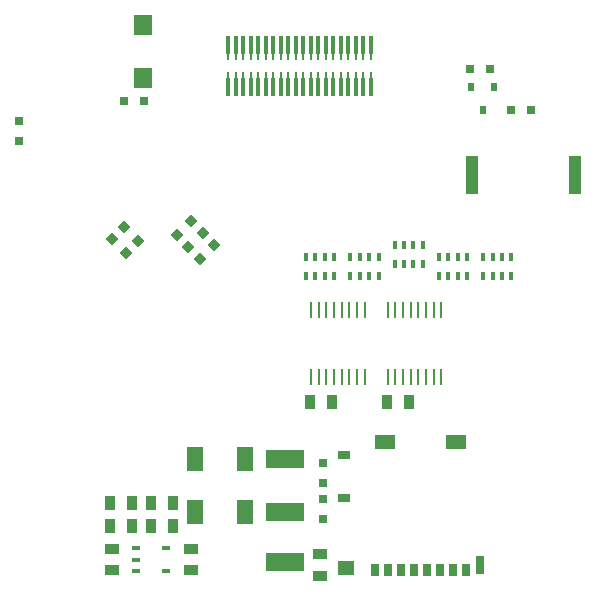
<source format=gbr>
%TF.GenerationSoftware,KiCad,Pcbnew,7.0.7*%
%TF.CreationDate,2024-01-21T18:01:16-05:00*%
%TF.ProjectId,Forerunner-Cubic-Mainboard,466f7265-7275-46e6-9e65-722d43756269,rev?*%
%TF.SameCoordinates,Original*%
%TF.FileFunction,Paste,Bot*%
%TF.FilePolarity,Positive*%
%FSLAX46Y46*%
G04 Gerber Fmt 4.6, Leading zero omitted, Abs format (unit mm)*
G04 Created by KiCad (PCBNEW 7.0.7) date 2024-01-21 18:01:16*
%MOMM*%
%LPD*%
G01*
G04 APERTURE LIST*
G04 Aperture macros list*
%AMRotRect*
0 Rectangle, with rotation*
0 The origin of the aperture is its center*
0 $1 length*
0 $2 width*
0 $3 Rotation angle, in degrees counterclockwise*
0 Add horizontal line*
21,1,$1,$2,0,0,$3*%
%AMFreePoly0*
4,1,13,0.200000,-0.800000,0.100000,-0.800000,0.100000,-1.200000,0.080902,-1.258779,0.030902,-1.295106,-0.030902,-1.295106,-0.080902,-1.258779,-0.100000,-1.200000,-0.100000,-0.800000,-0.200000,-0.800000,-0.200000,0.800000,0.200000,0.800000,0.200000,-0.800000,0.200000,-0.800000,$1*%
%AMFreePoly1*
4,1,13,0.080902,1.258779,0.100000,1.200000,0.100000,0.800000,0.200000,0.800000,0.200000,-0.800000,-0.200000,-0.800000,-0.200000,0.800000,-0.100000,0.800000,-0.100000,1.200000,-0.080902,1.258779,-0.030902,1.295106,0.030902,1.295106,0.080902,1.258779,0.080902,1.258779,$1*%
G04 Aperture macros list end*
%ADD10FreePoly0,180.000000*%
%ADD11FreePoly1,180.000000*%
%ADD12R,0.850000X1.200000*%
%ADD13R,3.250000X1.650000*%
%ADD14R,1.100000X3.200000*%
%ADD15R,0.300000X0.700000*%
%ADD16RotRect,0.750000X0.800000X315.000000*%
%ADD17R,0.800000X0.400000*%
%ADD18R,1.200000X0.850000*%
%ADD19R,0.200000X1.370000*%
%ADD20R,0.750000X0.800000*%
%ADD21R,1.400000X2.100000*%
%ADD22R,1.600000X1.800000*%
%ADD23RotRect,0.750000X0.800000X225.000000*%
%ADD24R,0.800000X0.750000*%
%ADD25R,0.600000X0.700000*%
%ADD26R,0.650000X1.000000*%
%ADD27R,1.000000X0.800000*%
%ADD28R,1.350000X1.150000*%
%ADD29R,0.700000X1.600000*%
%ADD30R,1.700000X1.150000*%
G04 APERTURE END LIST*
D10*
%TO.C,J4*%
X31032500Y43200000D03*
D11*
X31032500Y46800000D03*
D10*
X30397500Y43200000D03*
D11*
X30397500Y46800000D03*
D10*
X29762500Y43200000D03*
D11*
X29762500Y46800000D03*
D10*
X29127500Y43200000D03*
D11*
X29127500Y46800000D03*
D10*
X28492500Y43200000D03*
D11*
X28492500Y46800000D03*
D10*
X27857500Y43200000D03*
D11*
X27857500Y46800000D03*
D10*
X27222500Y43200000D03*
D11*
X27222500Y46800000D03*
D10*
X26587500Y43200000D03*
D11*
X26587500Y46800000D03*
D10*
X25952500Y43200000D03*
D11*
X25952500Y46800000D03*
D10*
X25317500Y43200000D03*
D11*
X25317500Y46800000D03*
D10*
X24682500Y43200000D03*
D11*
X24682500Y46800000D03*
D10*
X24047500Y43200000D03*
D11*
X24047500Y46800000D03*
D10*
X23412500Y43200000D03*
D11*
X23412500Y46800000D03*
D10*
X22777500Y43200000D03*
D11*
X22777500Y46800000D03*
D10*
X22142500Y43200000D03*
D11*
X22142500Y46800000D03*
D10*
X21507500Y43200000D03*
D11*
X21507500Y46800000D03*
D10*
X20872500Y43200000D03*
D11*
X20872500Y46800000D03*
D10*
X20237500Y43200000D03*
D11*
X20237500Y46800000D03*
D10*
X19602500Y43200000D03*
D11*
X19602500Y46800000D03*
D10*
X18967500Y43200000D03*
D11*
X18967500Y46800000D03*
%TD*%
D12*
%TO.C,C3*%
X34275000Y16500000D03*
X32425000Y16500000D03*
%TD*%
D13*
%TO.C,TP2*%
X23750000Y7250000D03*
%TD*%
D14*
%TO.C,LS1*%
X48350000Y35750000D03*
X39650000Y35750000D03*
%TD*%
D15*
%TO.C,R15*%
X33050000Y29800000D03*
X33850000Y29800000D03*
X34650000Y29800000D03*
X35450000Y29800000D03*
X35450000Y28200000D03*
X34650000Y28200000D03*
X33850000Y28200000D03*
X33050000Y28200000D03*
%TD*%
D16*
%TO.C,C16*%
X10148959Y31351041D03*
X11351041Y30148959D03*
%TD*%
D17*
%TO.C,U4*%
X11125000Y2250000D03*
X11125000Y3200000D03*
X11125000Y4150000D03*
X13675000Y4150000D03*
X13675000Y2250000D03*
%TD*%
D18*
%TO.C,C10*%
X9150000Y4125000D03*
X9150000Y2275000D03*
%TD*%
D19*
%TO.C,U2*%
X25975000Y24370000D03*
X26625000Y24370000D03*
X27275000Y24370000D03*
X27925000Y24370000D03*
X28575000Y24370000D03*
X29225000Y24370000D03*
X29875000Y24370000D03*
X30525000Y24370000D03*
X30525000Y18630000D03*
X29875000Y18630000D03*
X29225000Y18630000D03*
X28575000Y18630000D03*
X27925000Y18630000D03*
X27275000Y18630000D03*
X26625000Y18630000D03*
X25975000Y18630000D03*
%TD*%
D13*
%TO.C,TP1*%
X23750000Y11750000D03*
%TD*%
D18*
%TO.C,C11*%
X15825000Y2275000D03*
X15825000Y4125000D03*
%TD*%
D20*
%TO.C,C28*%
X10150000Y42000000D03*
X11850000Y42000000D03*
%TD*%
D21*
%TO.C,D5*%
X16170000Y7200000D03*
X20430000Y7200000D03*
%TD*%
D22*
%TO.C,L3*%
X11750000Y48500000D03*
X11750000Y44000000D03*
%TD*%
D23*
%TO.C,C21*%
X15801041Y31851041D03*
X14598959Y30648959D03*
%TD*%
D24*
%TO.C,R30*%
X1250000Y38650000D03*
X1250000Y40350000D03*
%TD*%
D12*
%TO.C,C7*%
X8950000Y8000000D03*
X10800000Y8000000D03*
%TD*%
D13*
%TO.C,TP3*%
X23750000Y3000000D03*
%TD*%
D12*
%TO.C,C5*%
X14300000Y8000000D03*
X12450000Y8000000D03*
%TD*%
D15*
%TO.C,R4*%
X40550000Y28800000D03*
X41350000Y28800000D03*
X42150000Y28800000D03*
X42950000Y28800000D03*
X42950000Y27200000D03*
X42150000Y27200000D03*
X41350000Y27200000D03*
X40550000Y27200000D03*
%TD*%
D12*
%TO.C,C4*%
X27775000Y16500000D03*
X25925000Y16500000D03*
%TD*%
%TO.C,C6*%
X8950000Y6000000D03*
X10800000Y6000000D03*
%TD*%
D16*
%TO.C,C17*%
X9148959Y30351041D03*
X10351041Y29148959D03*
%TD*%
D15*
%TO.C,R13*%
X27950000Y27200000D03*
X27150000Y27200000D03*
X26350000Y27200000D03*
X25550000Y27200000D03*
X25550000Y28800000D03*
X26350000Y28800000D03*
X27150000Y28800000D03*
X27950000Y28800000D03*
%TD*%
D24*
%TO.C,R34*%
X27000000Y9650000D03*
X27000000Y11350000D03*
%TD*%
D21*
%TO.C,D4*%
X16170000Y11700000D03*
X20430000Y11700000D03*
%TD*%
D15*
%TO.C,R5*%
X36800000Y28800000D03*
X37600000Y28800000D03*
X38400000Y28800000D03*
X39200000Y28800000D03*
X39200000Y27200000D03*
X38400000Y27200000D03*
X37600000Y27200000D03*
X36800000Y27200000D03*
%TD*%
D25*
%TO.C,Q1*%
X39550000Y43250000D03*
X41450000Y43250000D03*
X40500000Y41250000D03*
%TD*%
D23*
%TO.C,C14*%
X17801041Y29851041D03*
X16598959Y28648959D03*
%TD*%
D20*
%TO.C,R2*%
X39400000Y44750000D03*
X41100000Y44750000D03*
%TD*%
D15*
%TO.C,R14*%
X31700000Y27200000D03*
X30900000Y27200000D03*
X30100000Y27200000D03*
X29300000Y27200000D03*
X29300000Y28800000D03*
X30100000Y28800000D03*
X30900000Y28800000D03*
X31700000Y28800000D03*
%TD*%
D12*
%TO.C,C8*%
X14300000Y6000000D03*
X12450000Y6000000D03*
%TD*%
D26*
%TO.C,J3*%
X31395000Y2300000D03*
X32495000Y2300000D03*
X33595000Y2300000D03*
X34695000Y2300000D03*
X35795000Y2300000D03*
X36895000Y2300000D03*
X37995000Y2300000D03*
X39095000Y2300000D03*
D27*
X28760000Y12060000D03*
X28760000Y8450000D03*
D28*
X28935000Y2475000D03*
D29*
X40250000Y2700000D03*
D30*
X38230000Y13125000D03*
X32260000Y13125000D03*
%TD*%
D18*
%TO.C,C29*%
X26750000Y1825000D03*
X26750000Y3675000D03*
%TD*%
D19*
%TO.C,U3*%
X32475000Y24370000D03*
X33125000Y24370000D03*
X33775000Y24370000D03*
X34425000Y24370000D03*
X35075000Y24370000D03*
X35725000Y24370000D03*
X36375000Y24370000D03*
X37025000Y24370000D03*
X37025000Y18630000D03*
X36375000Y18630000D03*
X35725000Y18630000D03*
X35075000Y18630000D03*
X34425000Y18630000D03*
X33775000Y18630000D03*
X33125000Y18630000D03*
X32475000Y18630000D03*
%TD*%
D23*
%TO.C,C15*%
X16801041Y30851041D03*
X15598959Y29648959D03*
%TD*%
D20*
%TO.C,R3*%
X42900000Y41250000D03*
X44600000Y41250000D03*
%TD*%
D24*
%TO.C,R33*%
X27000000Y8350000D03*
X27000000Y6650000D03*
%TD*%
M02*

</source>
